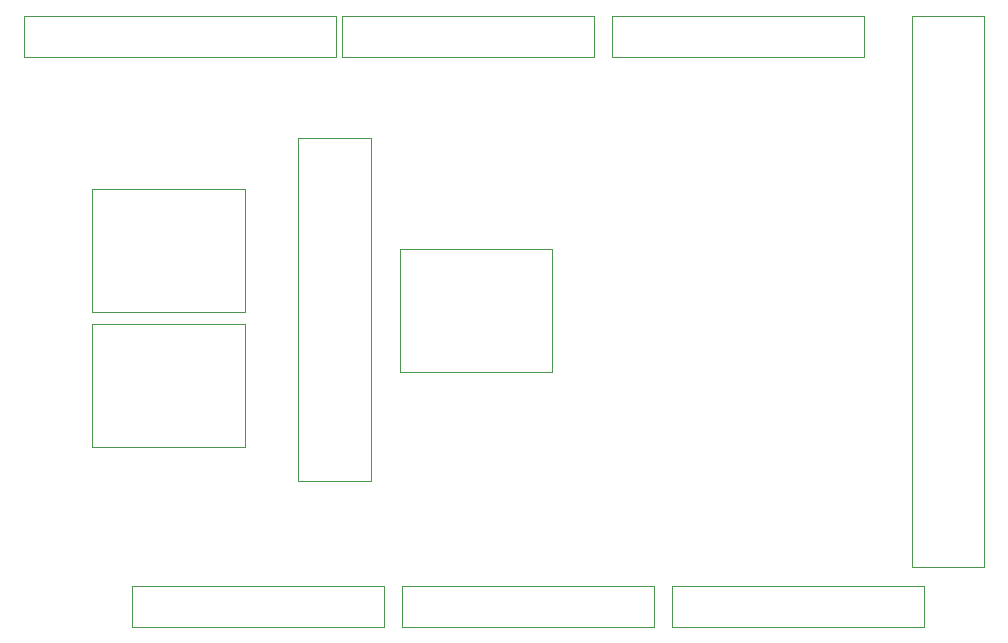
<source format=gbr>
%TF.GenerationSoftware,KiCad,Pcbnew,(5.1.10)-1*%
%TF.CreationDate,2021-08-01T12:21:13+02:00*%
%TF.ProjectId,t6963-mega-adapter,74363936-332d-46d6-9567-612d61646170,rev?*%
%TF.SameCoordinates,Original*%
%TF.FileFunction,Other,User*%
%FSLAX46Y46*%
G04 Gerber Fmt 4.6, Leading zero omitted, Abs format (unit mm)*
G04 Created by KiCad (PCBNEW (5.1.10)-1) date 2021-08-01 12:21:13*
%MOMM*%
%LPD*%
G01*
G04 APERTURE LIST*
%ADD10C,0.050000*%
G04 APERTURE END LIST*
D10*
%TO.C,P1*%
X201658000Y-115796000D02*
X201658000Y-69096000D01*
X195608000Y-115796000D02*
X195608000Y-69096000D01*
X195608000Y-69096000D02*
X201658000Y-69096000D01*
X195608000Y-115796000D02*
X201658000Y-115796000D01*
%TO.C,P2*%
X129568000Y-120876000D02*
X150868000Y-120876000D01*
X129568000Y-117376000D02*
X150868000Y-117376000D01*
X150868000Y-117376000D02*
X150868000Y-120876000D01*
X129568000Y-117376000D02*
X129568000Y-120876000D01*
%TO.C,P3*%
X152428000Y-120876000D02*
X173728000Y-120876000D01*
X152428000Y-117376000D02*
X173728000Y-117376000D01*
X173728000Y-117376000D02*
X173728000Y-120876000D01*
X152428000Y-117376000D02*
X152428000Y-120876000D01*
%TO.C,P4*%
X175288000Y-120876000D02*
X196588000Y-120876000D01*
X175288000Y-117376000D02*
X196588000Y-117376000D01*
X196588000Y-117376000D02*
X196588000Y-120876000D01*
X175288000Y-117376000D02*
X175288000Y-120876000D01*
%TO.C,P5*%
X120424000Y-72616000D02*
X146824000Y-72616000D01*
X120424000Y-69116000D02*
X146824000Y-69116000D01*
X146824000Y-69116000D02*
X146824000Y-72616000D01*
X120424000Y-69116000D02*
X120424000Y-72616000D01*
%TO.C,P6*%
X147348000Y-72616000D02*
X168648000Y-72616000D01*
X147348000Y-69116000D02*
X168648000Y-69116000D01*
X168648000Y-69116000D02*
X168648000Y-72616000D01*
X147348000Y-69116000D02*
X147348000Y-72616000D01*
%TO.C,P7*%
X170208000Y-72616000D02*
X191508000Y-72616000D01*
X170208000Y-69116000D02*
X191508000Y-69116000D01*
X191508000Y-69116000D02*
X191508000Y-72616000D01*
X170208000Y-69116000D02*
X170208000Y-72616000D01*
%TO.C,J1*%
X143615000Y-79480000D02*
X143615000Y-108480000D01*
X143615000Y-108480000D02*
X149765000Y-108480000D01*
X149765000Y-108480000D02*
X149765000Y-79480000D01*
X149765000Y-79480000D02*
X143615000Y-79480000D01*
%TO.C,RV1*%
X139085000Y-83790000D02*
X126185000Y-83790000D01*
X139085000Y-94140000D02*
X139085000Y-83790000D01*
X126185000Y-94140000D02*
X139085000Y-94140000D01*
X126185000Y-83790000D02*
X126185000Y-94140000D01*
%TO.C,RV2*%
X152220000Y-88870000D02*
X152220000Y-99220000D01*
X152220000Y-99220000D02*
X165120000Y-99220000D01*
X165120000Y-99220000D02*
X165120000Y-88870000D01*
X165120000Y-88870000D02*
X152220000Y-88870000D01*
%TO.C,RV3*%
X126185000Y-95220000D02*
X126185000Y-105570000D01*
X126185000Y-105570000D02*
X139085000Y-105570000D01*
X139085000Y-105570000D02*
X139085000Y-95220000D01*
X139085000Y-95220000D02*
X126185000Y-95220000D01*
%TD*%
M02*

</source>
